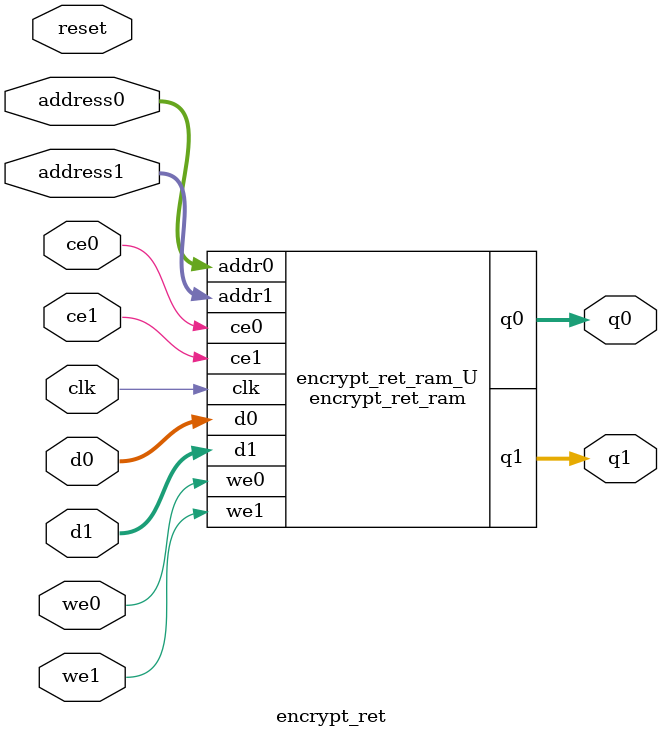
<source format=v>
`timescale 1 ns / 1 ps
module encrypt_ret_ram (addr0, ce0, d0, we0, q0, addr1, ce1, d1, we1, q1,  clk);

parameter DWIDTH = 32;
parameter AWIDTH = 5;
parameter MEM_SIZE = 32;

input[AWIDTH-1:0] addr0;
input ce0;
input[DWIDTH-1:0] d0;
input we0;
output reg[DWIDTH-1:0] q0;
input[AWIDTH-1:0] addr1;
input ce1;
input[DWIDTH-1:0] d1;
input we1;
output reg[DWIDTH-1:0] q1;
input clk;

(* ram_style = "block" *)reg [DWIDTH-1:0] ram[0:MEM_SIZE-1];




always @(posedge clk)  
begin 
    if (ce0) 
    begin
        if (we0) 
        begin 
            ram[addr0] <= d0; 
        end 
        q0 <= ram[addr0];
    end
end


always @(posedge clk)  
begin 
    if (ce1) 
    begin
        if (we1) 
        begin 
            ram[addr1] <= d1; 
        end 
        q1 <= ram[addr1];
    end
end


endmodule

`timescale 1 ns / 1 ps
module encrypt_ret(
    reset,
    clk,
    address0,
    ce0,
    we0,
    d0,
    q0,
    address1,
    ce1,
    we1,
    d1,
    q1);

parameter DataWidth = 32'd32;
parameter AddressRange = 32'd32;
parameter AddressWidth = 32'd5;
input reset;
input clk;
input[AddressWidth - 1:0] address0;
input ce0;
input we0;
input[DataWidth - 1:0] d0;
output[DataWidth - 1:0] q0;
input[AddressWidth - 1:0] address1;
input ce1;
input we1;
input[DataWidth - 1:0] d1;
output[DataWidth - 1:0] q1;



encrypt_ret_ram encrypt_ret_ram_U(
    .clk( clk ),
    .addr0( address0 ),
    .ce0( ce0 ),
    .we0( we0 ),
    .d0( d0 ),
    .q0( q0 ),
    .addr1( address1 ),
    .ce1( ce1 ),
    .we1( we1 ),
    .d1( d1 ),
    .q1( q1 ));

endmodule


</source>
